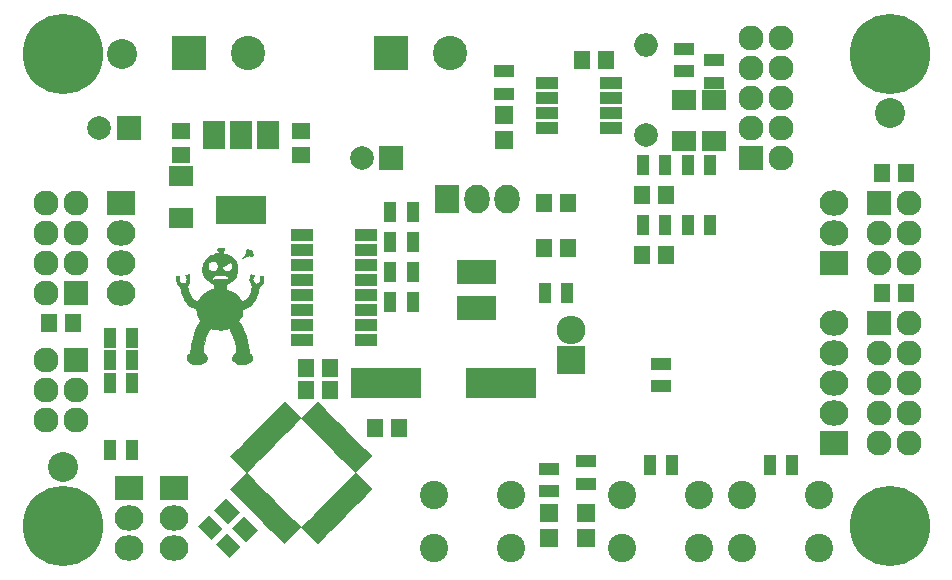
<source format=gts>
G04 #@! TF.FileFunction,Soldermask,Top*
%FSLAX46Y46*%
G04 Gerber Fmt 4.6, Leading zero omitted, Abs format (unit mm)*
G04 Created by KiCad (PCBNEW 4.0.7) date Monday, 16 October 2017 'AMt' 00:26:46*
%MOMM*%
%LPD*%
G01*
G04 APERTURE LIST*
%ADD10C,0.100000*%
%ADD11C,0.010000*%
%ADD12C,2.540000*%
%ADD13C,6.800000*%
%ADD14C,1.000000*%
%ADD15R,2.127200X2.127200*%
%ADD16O,2.127200X2.127200*%
%ADD17R,2.100000X1.700000*%
%ADD18R,1.200000X2.000000*%
%ADD19R,1.000000X2.000000*%
%ADD20R,2.127200X2.432000*%
%ADD21O,2.127200X2.432000*%
%ADD22R,2.432000X2.432000*%
%ADD23O,2.432000X2.432000*%
%ADD24R,2.432000X2.127200*%
%ADD25O,2.432000X2.127200*%
%ADD26R,2.900000X2.900000*%
%ADD27C,2.900000*%
%ADD28C,2.400000*%
%ADD29R,1.950000X1.000000*%
%ADD30R,1.900000X1.000000*%
%ADD31R,6.000700X2.500580*%
%ADD32R,1.400000X1.650000*%
%ADD33R,1.650000X1.400000*%
%ADD34R,1.598880X1.598880*%
%ADD35R,1.700000X1.100000*%
%ADD36R,1.100000X1.700000*%
%ADD37R,4.200000X2.400000*%
%ADD38R,1.900000X2.400000*%
%ADD39C,2.000000*%
%ADD40O,2.000000X2.000000*%
%ADD41R,2.000000X2.000000*%
G04 APERTURE END LIST*
D10*
D11*
G36*
X128416336Y-96425315D02*
X128461302Y-96427722D01*
X128494014Y-96433031D01*
X128521041Y-96442307D01*
X128548750Y-96456500D01*
X128604358Y-96497102D01*
X128636627Y-96542094D01*
X128645078Y-96589402D01*
X128629231Y-96636950D01*
X128598946Y-96673570D01*
X128580336Y-96692220D01*
X128569346Y-96709846D01*
X128564285Y-96733367D01*
X128563461Y-96769706D01*
X128564749Y-96813541D01*
X128568450Y-96918109D01*
X128644650Y-96935181D01*
X128826285Y-96987351D01*
X128998363Y-97059539D01*
X129158647Y-97150045D01*
X129304900Y-97257172D01*
X129434883Y-97379220D01*
X129546360Y-97514493D01*
X129637094Y-97661291D01*
X129658871Y-97705061D01*
X129717427Y-97855353D01*
X129756543Y-98013994D01*
X129775772Y-98176051D01*
X129774670Y-98336588D01*
X129752791Y-98490669D01*
X129735788Y-98557472D01*
X129686405Y-98692976D01*
X129618908Y-98829876D01*
X129537584Y-98961079D01*
X129446721Y-99079492D01*
X129373212Y-99157246D01*
X129305548Y-99215589D01*
X129224312Y-99276052D01*
X129135481Y-99334956D01*
X129045029Y-99388620D01*
X128958932Y-99433364D01*
X128883166Y-99465507D01*
X128860550Y-99472993D01*
X128809750Y-99488233D01*
X128806306Y-99729571D01*
X128802863Y-99970908D01*
X128926956Y-100005294D01*
X129136299Y-100074695D01*
X129329416Y-100162122D01*
X129505534Y-100266960D01*
X129663877Y-100388595D01*
X129803669Y-100526412D01*
X129924134Y-100679798D01*
X130024499Y-100848139D01*
X130045952Y-100891630D01*
X130071434Y-100942146D01*
X130094187Y-100973868D01*
X130119759Y-100988657D01*
X130153697Y-100988373D01*
X130201553Y-100974876D01*
X130245968Y-100958689D01*
X130357974Y-100904751D01*
X130468586Y-100829297D01*
X130573864Y-100736082D01*
X130669869Y-100628859D01*
X130752662Y-100511385D01*
X130795908Y-100434504D01*
X130827705Y-100366755D01*
X130860624Y-100287832D01*
X130891362Y-100206424D01*
X130916620Y-100131222D01*
X130931701Y-100077037D01*
X130944977Y-100014809D01*
X130958101Y-99943288D01*
X130970006Y-99869481D01*
X130979627Y-99800398D01*
X130985898Y-99743046D01*
X130987800Y-99708171D01*
X130991414Y-99673649D01*
X131000268Y-99649783D01*
X131001786Y-99647993D01*
X131004800Y-99633469D01*
X130992623Y-99607924D01*
X130963698Y-99568130D01*
X130962672Y-99566830D01*
X130888562Y-99455562D01*
X130835019Y-99333664D01*
X130820919Y-99288724D01*
X130807920Y-99237969D01*
X130800546Y-99192029D01*
X130798706Y-99144205D01*
X130802310Y-99087799D01*
X130811267Y-99016112D01*
X130816735Y-98978965D01*
X130832562Y-98884492D01*
X130848695Y-98807228D01*
X130864593Y-98749069D01*
X130879712Y-98711914D01*
X130893513Y-98697656D01*
X130897030Y-98698012D01*
X130916370Y-98703542D01*
X130954183Y-98712968D01*
X131004134Y-98724740D01*
X131036837Y-98732183D01*
X131089125Y-98744133D01*
X131131201Y-98754134D01*
X131157530Y-98760851D01*
X131163553Y-98762802D01*
X131159655Y-98774038D01*
X131144874Y-98799004D01*
X131134570Y-98814537D01*
X131096006Y-98887291D01*
X131068477Y-98972361D01*
X131054842Y-99058906D01*
X131055182Y-99115512D01*
X131073800Y-99214550D01*
X131108915Y-99303450D01*
X131158216Y-99378315D01*
X131219396Y-99435245D01*
X131257905Y-99457801D01*
X131301624Y-99471280D01*
X131357021Y-99478420D01*
X131377069Y-99478980D01*
X131460306Y-99466949D01*
X131534385Y-99431536D01*
X131598518Y-99373342D01*
X131651913Y-99292969D01*
X131669174Y-99256850D01*
X131680214Y-99216632D01*
X131687917Y-99159001D01*
X131692168Y-99091303D01*
X131692857Y-99020888D01*
X131689870Y-98955104D01*
X131683095Y-98901297D01*
X131675065Y-98872267D01*
X131664711Y-98844110D01*
X131661854Y-98828441D01*
X131662365Y-98827616D01*
X131676307Y-98826979D01*
X131709954Y-98827645D01*
X131757651Y-98829461D01*
X131793777Y-98831198D01*
X131920304Y-98837750D01*
X131936390Y-98913950D01*
X131943645Y-98962602D01*
X131948863Y-99025353D01*
X131951199Y-99090928D01*
X131951197Y-99110800D01*
X131938964Y-99247117D01*
X131904775Y-99371449D01*
X131847846Y-99485839D01*
X131767396Y-99592331D01*
X131766344Y-99593504D01*
X131726593Y-99631818D01*
X131677161Y-99671092D01*
X131624954Y-99706631D01*
X131576880Y-99733736D01*
X131539845Y-99747711D01*
X131539480Y-99747783D01*
X131517551Y-99758339D01*
X131512031Y-99772885D01*
X131524379Y-99782980D01*
X131533240Y-99783900D01*
X131552266Y-99787508D01*
X131564085Y-99800738D01*
X131569253Y-99827194D01*
X131568329Y-99870484D01*
X131561870Y-99934211D01*
X131559486Y-99953523D01*
X131523603Y-100155555D01*
X131467430Y-100360732D01*
X131393304Y-100560662D01*
X131384598Y-100580955D01*
X131290236Y-100769625D01*
X131177844Y-100944724D01*
X131049215Y-101104549D01*
X130906145Y-101247392D01*
X130750426Y-101371550D01*
X130583855Y-101475316D01*
X130408224Y-101556984D01*
X130327400Y-101585849D01*
X130219450Y-101620878D01*
X130210197Y-101734264D01*
X130181798Y-101927337D01*
X130128427Y-102119192D01*
X130050514Y-102308596D01*
X129948487Y-102494320D01*
X129941739Y-102505111D01*
X129871623Y-102616473D01*
X129930296Y-102701961D01*
X130017613Y-102838901D01*
X130106180Y-102995990D01*
X130193706Y-103168226D01*
X130277898Y-103350607D01*
X130356465Y-103538130D01*
X130427116Y-103725794D01*
X130487557Y-103908596D01*
X130496050Y-103936800D01*
X130519034Y-104014324D01*
X130537143Y-104076131D01*
X130551768Y-104127679D01*
X130564300Y-104174426D01*
X130576131Y-104221833D01*
X130588652Y-104275359D01*
X130603253Y-104340462D01*
X130621327Y-104422601D01*
X130630367Y-104463850D01*
X130650260Y-104563495D01*
X130670653Y-104681492D01*
X130690553Y-104810835D01*
X130708967Y-104944519D01*
X130724903Y-105075539D01*
X130737367Y-105196890D01*
X130741923Y-105250908D01*
X130750229Y-105358972D01*
X130802339Y-105389639D01*
X130846562Y-105421103D01*
X130896854Y-105465213D01*
X130947026Y-105515624D01*
X130990886Y-105565988D01*
X131022243Y-105609958D01*
X131028608Y-105621606D01*
X131044767Y-105670167D01*
X131052342Y-105734811D01*
X131053194Y-105766697D01*
X131049062Y-105839135D01*
X131033354Y-105900153D01*
X131002961Y-105956521D01*
X130954770Y-106015004D01*
X130925270Y-106044968D01*
X130860905Y-106100440D01*
X130787683Y-106148216D01*
X130700282Y-106191263D01*
X130593380Y-106232549D01*
X130581400Y-106236699D01*
X130460750Y-106278131D01*
X130194050Y-106278015D01*
X130103651Y-106277801D01*
X130034075Y-106276980D01*
X129980747Y-106275147D01*
X129939089Y-106271898D01*
X129904525Y-106266826D01*
X129872480Y-106259529D01*
X129838377Y-106249601D01*
X129824945Y-106245379D01*
X129692220Y-106195417D01*
X129577834Y-106136165D01*
X129483005Y-106068775D01*
X129408950Y-105994398D01*
X129356886Y-105914187D01*
X129328030Y-105829293D01*
X129322285Y-105769634D01*
X129334504Y-105685802D01*
X129369442Y-105602944D01*
X129424518Y-105524308D01*
X129497152Y-105453143D01*
X129584766Y-105392695D01*
X129646307Y-105361660D01*
X129682765Y-105345647D01*
X129676326Y-105152398D01*
X129673818Y-105087592D01*
X129670565Y-105029859D01*
X129665984Y-104974453D01*
X129659494Y-104916627D01*
X129650512Y-104851634D01*
X129638455Y-104774728D01*
X129622742Y-104681164D01*
X129608206Y-104597200D01*
X129563397Y-104379776D01*
X129505797Y-104164796D01*
X129437001Y-103956544D01*
X129358602Y-103759303D01*
X129272194Y-103577357D01*
X129179372Y-103414991D01*
X129153470Y-103375143D01*
X129114057Y-103315623D01*
X129085575Y-103274057D01*
X129063612Y-103248153D01*
X129043761Y-103235619D01*
X129021612Y-103234164D01*
X128992754Y-103241495D01*
X128952779Y-103255322D01*
X128934744Y-103261473D01*
X128877913Y-103278582D01*
X128805239Y-103297734D01*
X128725904Y-103316636D01*
X128649093Y-103332992D01*
X128646107Y-103333580D01*
X128583477Y-103345529D01*
X128531497Y-103354217D01*
X128484264Y-103360036D01*
X128435875Y-103363375D01*
X128380426Y-103364626D01*
X128312015Y-103364181D01*
X128224738Y-103362431D01*
X128214307Y-103362188D01*
X128118057Y-103359521D01*
X128040395Y-103355953D01*
X127974507Y-103350581D01*
X127913583Y-103342501D01*
X127850808Y-103330807D01*
X127779371Y-103314598D01*
X127692460Y-103292967D01*
X127692150Y-103292888D01*
X127636240Y-103277116D01*
X127577479Y-103258203D01*
X127548818Y-103247895D01*
X127511908Y-103234787D01*
X127486187Y-103227493D01*
X127478456Y-103227114D01*
X127469907Y-103239076D01*
X127450586Y-103265807D01*
X127424662Y-103301539D01*
X127424472Y-103301800D01*
X127323682Y-103456541D01*
X127229747Y-103632590D01*
X127143720Y-103826528D01*
X127066653Y-104034935D01*
X126999602Y-104254389D01*
X126943618Y-104481472D01*
X126899756Y-104712763D01*
X126869069Y-104944841D01*
X126853383Y-105156000D01*
X126845109Y-105340150D01*
X126918295Y-105377726D01*
X127018627Y-105439374D01*
X127098997Y-105510311D01*
X127158074Y-105588762D01*
X127194532Y-105672955D01*
X127207040Y-105761116D01*
X127207035Y-105763183D01*
X127194169Y-105853726D01*
X127157303Y-105939171D01*
X127097503Y-106018515D01*
X127015839Y-106090754D01*
X126913376Y-106154886D01*
X126791184Y-106209906D01*
X126698396Y-106241295D01*
X126647429Y-106255349D01*
X126599485Y-106265303D01*
X126547599Y-106272042D01*
X126484804Y-106276451D01*
X126404133Y-106279414D01*
X126396750Y-106279614D01*
X126322304Y-106280760D01*
X126249965Y-106280402D01*
X126186790Y-106278673D01*
X126139837Y-106275705D01*
X126130050Y-106274603D01*
X126008942Y-106250807D01*
X125891878Y-106213073D01*
X125782579Y-106163567D01*
X125684765Y-106104452D01*
X125602155Y-106037892D01*
X125538469Y-105966052D01*
X125506128Y-105911650D01*
X125480171Y-105827962D01*
X125476293Y-105739341D01*
X125493747Y-105651996D01*
X125531789Y-105572140D01*
X125549899Y-105547021D01*
X125587826Y-105505097D01*
X125636762Y-105458562D01*
X125689231Y-105413889D01*
X125737755Y-105377555D01*
X125764925Y-105360786D01*
X125779204Y-105350934D01*
X125787747Y-105336133D01*
X125792000Y-105310423D01*
X125793409Y-105267842D01*
X125793500Y-105242927D01*
X125796040Y-105177844D01*
X125803205Y-105092801D01*
X125814309Y-104992675D01*
X125828667Y-104882345D01*
X125845594Y-104766690D01*
X125864405Y-104650587D01*
X125884415Y-104538915D01*
X125904938Y-104436552D01*
X125910055Y-104413050D01*
X125999584Y-104056505D01*
X126105871Y-103718923D01*
X126228989Y-103400110D01*
X126369016Y-103099874D01*
X126526027Y-102818023D01*
X126557306Y-102767298D01*
X126590114Y-102713605D01*
X126617273Y-102666638D01*
X126636191Y-102631064D01*
X126644279Y-102611548D01*
X126644400Y-102610412D01*
X126636831Y-102589252D01*
X126618280Y-102560799D01*
X126614971Y-102556649D01*
X126587225Y-102517819D01*
X126552957Y-102462464D01*
X126515936Y-102397281D01*
X126479930Y-102328969D01*
X126448707Y-102264224D01*
X126442160Y-102249538D01*
X126385226Y-102094114D01*
X126342949Y-101923816D01*
X126320617Y-101779074D01*
X126313032Y-101718221D01*
X126305309Y-101666687D01*
X126298316Y-101629663D01*
X126292925Y-101612339D01*
X126292614Y-101611984D01*
X126276246Y-101603999D01*
X126242190Y-101591625D01*
X126197228Y-101577288D01*
X126188221Y-101574605D01*
X126134134Y-101555876D01*
X126068715Y-101529125D01*
X126002718Y-101498875D01*
X125974693Y-101484805D01*
X125797194Y-101378335D01*
X125633594Y-101251237D01*
X125484869Y-101104752D01*
X125351998Y-100940122D01*
X125235960Y-100758586D01*
X125137733Y-100561388D01*
X125058294Y-100349766D01*
X125044385Y-100304600D01*
X125023236Y-100226213D01*
X125002254Y-100135899D01*
X124983024Y-100041691D01*
X124967131Y-99951624D01*
X124956159Y-99873732D01*
X124952960Y-99841165D01*
X124952078Y-99808293D01*
X124959388Y-99792374D01*
X124979647Y-99785193D01*
X124986057Y-99784015D01*
X125012221Y-99774877D01*
X125027698Y-99761742D01*
X125028522Y-99750202D01*
X125013146Y-99745800D01*
X124991595Y-99740288D01*
X124955992Y-99725942D01*
X124920012Y-99708825D01*
X124829285Y-99649213D01*
X124747742Y-99569191D01*
X124678319Y-99472972D01*
X124623951Y-99364764D01*
X124587575Y-99248779D01*
X124582732Y-99225100D01*
X124575945Y-99177565D01*
X124573705Y-99127314D01*
X124576002Y-99066815D01*
X124582449Y-98992291D01*
X124589009Y-98932990D01*
X124595656Y-98883226D01*
X124601604Y-98848290D01*
X124605998Y-98833541D01*
X124620664Y-98829917D01*
X124653288Y-98826344D01*
X124697427Y-98823119D01*
X124746639Y-98820539D01*
X124794481Y-98818900D01*
X124834511Y-98818499D01*
X124860285Y-98819632D01*
X124866399Y-98821554D01*
X124863018Y-98835584D01*
X124854285Y-98866367D01*
X124845540Y-98895769D01*
X124826404Y-98992840D01*
X124825474Y-99091308D01*
X124841353Y-99186835D01*
X124872644Y-99275082D01*
X124917950Y-99351711D01*
X124975875Y-99412383D01*
X125021469Y-99442163D01*
X125077033Y-99460174D01*
X125144648Y-99466928D01*
X125213605Y-99462442D01*
X125273194Y-99446734D01*
X125284033Y-99441748D01*
X125346596Y-99396310D01*
X125399472Y-99330774D01*
X125440219Y-99249387D01*
X125466398Y-99156394D01*
X125472591Y-99113685D01*
X125471799Y-99047782D01*
X125459133Y-98972020D01*
X125437177Y-98897419D01*
X125408519Y-98835002D01*
X125406345Y-98831400D01*
X125386818Y-98799550D01*
X125372408Y-98775784D01*
X125370250Y-98772157D01*
X125375971Y-98762732D01*
X125403724Y-98750841D01*
X125454671Y-98736066D01*
X125503079Y-98724176D01*
X125559497Y-98711468D01*
X125606177Y-98701939D01*
X125638004Y-98696566D01*
X125649768Y-98696134D01*
X125655652Y-98711175D01*
X125660896Y-98734260D01*
X125670453Y-98773009D01*
X125679352Y-98800049D01*
X125685504Y-98824805D01*
X125693349Y-98868863D01*
X125701933Y-98926268D01*
X125710303Y-98991060D01*
X125711306Y-98999547D01*
X125719458Y-99075625D01*
X125723522Y-99132775D01*
X125723611Y-99177121D01*
X125719839Y-99214787D01*
X125715725Y-99236941D01*
X125694132Y-99311647D01*
X125661411Y-99392789D01*
X125621964Y-99471051D01*
X125580192Y-99537117D01*
X125564331Y-99557435D01*
X125536844Y-99591282D01*
X125523057Y-99615273D01*
X125520025Y-99638738D01*
X125524804Y-99671008D01*
X125526215Y-99678212D01*
X125533216Y-99716829D01*
X125542451Y-99772118D01*
X125552532Y-99835612D01*
X125559161Y-99879150D01*
X125601029Y-100084868D01*
X125662878Y-100275214D01*
X125744630Y-100449974D01*
X125818017Y-100569318D01*
X125863832Y-100629134D01*
X125921746Y-100694471D01*
X125985550Y-100759123D01*
X126049036Y-100816881D01*
X126105992Y-100861536D01*
X126119112Y-100870329D01*
X126181503Y-100906045D01*
X126250815Y-100939018D01*
X126318607Y-100965678D01*
X126376442Y-100982458D01*
X126390226Y-100984978D01*
X126413912Y-100987512D01*
X126429954Y-100983354D01*
X126443361Y-100967847D01*
X126459140Y-100936333D01*
X126470862Y-100909999D01*
X126528184Y-100800109D01*
X126604398Y-100684294D01*
X126695351Y-100567313D01*
X126796893Y-100453926D01*
X126904869Y-100348892D01*
X127015130Y-100256971D01*
X127082550Y-100208830D01*
X127268739Y-100098350D01*
X127466102Y-100006056D01*
X127668308Y-99934740D01*
X127759144Y-99910249D01*
X127813439Y-99897048D01*
X127809944Y-99698144D01*
X127806450Y-99499239D01*
X127749300Y-99482807D01*
X127659444Y-99450093D01*
X127559218Y-99401976D01*
X127454874Y-99342257D01*
X127352664Y-99274737D01*
X127258841Y-99203218D01*
X127192770Y-99144467D01*
X127090980Y-99031662D01*
X127596900Y-99031662D01*
X127606116Y-99087168D01*
X127634061Y-99125644D01*
X127681176Y-99147688D01*
X127682858Y-99148094D01*
X127695821Y-99145424D01*
X127727197Y-99137618D01*
X127770891Y-99126207D01*
X127783603Y-99122815D01*
X127830598Y-99109825D01*
X127867836Y-99098795D01*
X127888681Y-99091710D01*
X127890478Y-99090836D01*
X127910358Y-99085171D01*
X127950343Y-99078516D01*
X128005183Y-99071398D01*
X128069628Y-99064349D01*
X128138428Y-99057896D01*
X128206334Y-99052569D01*
X128268095Y-99048897D01*
X128318463Y-99047409D01*
X128321310Y-99047401D01*
X128392477Y-99049519D01*
X128473764Y-99055428D01*
X128558583Y-99064304D01*
X128640346Y-99075321D01*
X128712466Y-99087653D01*
X128768355Y-99100474D01*
X128784350Y-99105435D01*
X128828896Y-99116236D01*
X128881275Y-99122607D01*
X128900903Y-99123315D01*
X128955434Y-99116478D01*
X128991980Y-99094084D01*
X129012585Y-99053845D01*
X129019291Y-98993473D01*
X129019300Y-98990813D01*
X129015364Y-98947804D01*
X129001270Y-98912724D01*
X128973589Y-98881919D01*
X128928892Y-98851737D01*
X128863749Y-98818526D01*
X128852706Y-98813382D01*
X128748311Y-98771859D01*
X128639467Y-98742774D01*
X128520315Y-98725027D01*
X128384995Y-98717519D01*
X128339316Y-98717100D01*
X128174364Y-98724334D01*
X128028367Y-98746487D01*
X127899249Y-98784238D01*
X127784935Y-98838262D01*
X127683347Y-98909238D01*
X127644525Y-98943745D01*
X127613113Y-98978533D01*
X127599030Y-99009675D01*
X127596900Y-99031662D01*
X127090980Y-99031662D01*
X127075970Y-99015028D01*
X126979090Y-98873487D01*
X126902594Y-98722345D01*
X126846947Y-98564106D01*
X126812616Y-98401273D01*
X126800065Y-98236350D01*
X126809760Y-98071839D01*
X126824894Y-97996375D01*
X127256510Y-97996375D01*
X127259216Y-98050486D01*
X127265050Y-98102185D01*
X127273170Y-98145542D01*
X127282731Y-98174625D01*
X127291623Y-98183700D01*
X127302433Y-98194367D01*
X127309287Y-98212275D01*
X127325910Y-98244198D01*
X127358192Y-98282790D01*
X127399905Y-98321828D01*
X127444821Y-98355088D01*
X127462749Y-98365628D01*
X127561691Y-98406088D01*
X127662446Y-98421665D01*
X127768266Y-98412828D01*
X127777249Y-98411039D01*
X127871912Y-98378793D01*
X127956313Y-98324771D01*
X128027111Y-98251636D01*
X128075717Y-98173152D01*
X128094093Y-98131506D01*
X128102401Y-98102048D01*
X128474452Y-98102048D01*
X128479932Y-98130432D01*
X128483327Y-98142022D01*
X128510635Y-98201948D01*
X128554746Y-98264240D01*
X128609314Y-98320810D01*
X128646524Y-98350089D01*
X128736641Y-98397176D01*
X128835259Y-98420384D01*
X128942085Y-98419662D01*
X128996449Y-98410745D01*
X129089773Y-98379610D01*
X129168968Y-98328267D01*
X129235135Y-98255788D01*
X129287519Y-98165251D01*
X129305079Y-98124941D01*
X129315402Y-98090821D01*
X129320000Y-98053853D01*
X129320385Y-98005004D01*
X129319499Y-97974150D01*
X129315600Y-97909064D01*
X129308045Y-97861070D01*
X129295232Y-97821941D01*
X129286133Y-97802700D01*
X129259149Y-97758630D01*
X129225292Y-97714859D01*
X129189500Y-97676621D01*
X129156710Y-97649146D01*
X129131861Y-97637670D01*
X129130349Y-97637600D01*
X129113081Y-97644644D01*
X129078800Y-97664269D01*
X129031103Y-97694208D01*
X128973587Y-97732197D01*
X128909850Y-97775971D01*
X128903422Y-97780475D01*
X128836876Y-97827069D01*
X128774210Y-97870743D01*
X128719637Y-97908575D01*
X128677372Y-97937642D01*
X128651628Y-97955025D01*
X128651515Y-97955100D01*
X128559876Y-98018515D01*
X128500726Y-98064554D01*
X128480575Y-98083689D01*
X128474452Y-98102048D01*
X128102401Y-98102048D01*
X128104815Y-98093490D01*
X128109814Y-98049256D01*
X128111022Y-97993200D01*
X128109682Y-97933421D01*
X128104186Y-97888558D01*
X128092530Y-97848219D01*
X128075237Y-97807448D01*
X128021378Y-97718649D01*
X127951160Y-97648971D01*
X127865884Y-97599282D01*
X127766852Y-97570445D01*
X127709232Y-97563913D01*
X127613092Y-97565312D01*
X127531681Y-97583162D01*
X127458764Y-97619572D01*
X127394868Y-97670306D01*
X127331816Y-97737831D01*
X127289998Y-97806511D01*
X127265931Y-97883347D01*
X127257778Y-97945783D01*
X127256510Y-97996375D01*
X126824894Y-97996375D01*
X126842168Y-97910245D01*
X126897752Y-97754070D01*
X126923955Y-97698809D01*
X127012697Y-97549698D01*
X127121920Y-97408693D01*
X127246864Y-97281207D01*
X127382771Y-97172655D01*
X127392097Y-97166229D01*
X127526967Y-97085915D01*
X127677108Y-97016913D01*
X127834396Y-96962282D01*
X127990706Y-96925082D01*
X128060450Y-96914616D01*
X128132062Y-96906188D01*
X128182311Y-96899471D01*
X128214954Y-96892422D01*
X128233749Y-96882994D01*
X128242453Y-96869144D01*
X128244825Y-96848827D01*
X128244620Y-96819999D01*
X128244600Y-96814409D01*
X128243885Y-96772909D01*
X128239222Y-96749323D01*
X128226836Y-96736164D01*
X128202950Y-96725945D01*
X128199309Y-96724625D01*
X128160151Y-96705214D01*
X128119410Y-96677444D01*
X128110409Y-96669958D01*
X128076154Y-96627009D01*
X128066438Y-96581316D01*
X128080806Y-96534659D01*
X128118805Y-96488819D01*
X128165433Y-96454232D01*
X128189450Y-96440975D01*
X128214454Y-96432375D01*
X128246643Y-96427456D01*
X128292215Y-96425240D01*
X128352550Y-96424750D01*
X128416336Y-96425315D01*
X128416336Y-96425315D01*
G37*
X128416336Y-96425315D02*
X128461302Y-96427722D01*
X128494014Y-96433031D01*
X128521041Y-96442307D01*
X128548750Y-96456500D01*
X128604358Y-96497102D01*
X128636627Y-96542094D01*
X128645078Y-96589402D01*
X128629231Y-96636950D01*
X128598946Y-96673570D01*
X128580336Y-96692220D01*
X128569346Y-96709846D01*
X128564285Y-96733367D01*
X128563461Y-96769706D01*
X128564749Y-96813541D01*
X128568450Y-96918109D01*
X128644650Y-96935181D01*
X128826285Y-96987351D01*
X128998363Y-97059539D01*
X129158647Y-97150045D01*
X129304900Y-97257172D01*
X129434883Y-97379220D01*
X129546360Y-97514493D01*
X129637094Y-97661291D01*
X129658871Y-97705061D01*
X129717427Y-97855353D01*
X129756543Y-98013994D01*
X129775772Y-98176051D01*
X129774670Y-98336588D01*
X129752791Y-98490669D01*
X129735788Y-98557472D01*
X129686405Y-98692976D01*
X129618908Y-98829876D01*
X129537584Y-98961079D01*
X129446721Y-99079492D01*
X129373212Y-99157246D01*
X129305548Y-99215589D01*
X129224312Y-99276052D01*
X129135481Y-99334956D01*
X129045029Y-99388620D01*
X128958932Y-99433364D01*
X128883166Y-99465507D01*
X128860550Y-99472993D01*
X128809750Y-99488233D01*
X128806306Y-99729571D01*
X128802863Y-99970908D01*
X128926956Y-100005294D01*
X129136299Y-100074695D01*
X129329416Y-100162122D01*
X129505534Y-100266960D01*
X129663877Y-100388595D01*
X129803669Y-100526412D01*
X129924134Y-100679798D01*
X130024499Y-100848139D01*
X130045952Y-100891630D01*
X130071434Y-100942146D01*
X130094187Y-100973868D01*
X130119759Y-100988657D01*
X130153697Y-100988373D01*
X130201553Y-100974876D01*
X130245968Y-100958689D01*
X130357974Y-100904751D01*
X130468586Y-100829297D01*
X130573864Y-100736082D01*
X130669869Y-100628859D01*
X130752662Y-100511385D01*
X130795908Y-100434504D01*
X130827705Y-100366755D01*
X130860624Y-100287832D01*
X130891362Y-100206424D01*
X130916620Y-100131222D01*
X130931701Y-100077037D01*
X130944977Y-100014809D01*
X130958101Y-99943288D01*
X130970006Y-99869481D01*
X130979627Y-99800398D01*
X130985898Y-99743046D01*
X130987800Y-99708171D01*
X130991414Y-99673649D01*
X131000268Y-99649783D01*
X131001786Y-99647993D01*
X131004800Y-99633469D01*
X130992623Y-99607924D01*
X130963698Y-99568130D01*
X130962672Y-99566830D01*
X130888562Y-99455562D01*
X130835019Y-99333664D01*
X130820919Y-99288724D01*
X130807920Y-99237969D01*
X130800546Y-99192029D01*
X130798706Y-99144205D01*
X130802310Y-99087799D01*
X130811267Y-99016112D01*
X130816735Y-98978965D01*
X130832562Y-98884492D01*
X130848695Y-98807228D01*
X130864593Y-98749069D01*
X130879712Y-98711914D01*
X130893513Y-98697656D01*
X130897030Y-98698012D01*
X130916370Y-98703542D01*
X130954183Y-98712968D01*
X131004134Y-98724740D01*
X131036837Y-98732183D01*
X131089125Y-98744133D01*
X131131201Y-98754134D01*
X131157530Y-98760851D01*
X131163553Y-98762802D01*
X131159655Y-98774038D01*
X131144874Y-98799004D01*
X131134570Y-98814537D01*
X131096006Y-98887291D01*
X131068477Y-98972361D01*
X131054842Y-99058906D01*
X131055182Y-99115512D01*
X131073800Y-99214550D01*
X131108915Y-99303450D01*
X131158216Y-99378315D01*
X131219396Y-99435245D01*
X131257905Y-99457801D01*
X131301624Y-99471280D01*
X131357021Y-99478420D01*
X131377069Y-99478980D01*
X131460306Y-99466949D01*
X131534385Y-99431536D01*
X131598518Y-99373342D01*
X131651913Y-99292969D01*
X131669174Y-99256850D01*
X131680214Y-99216632D01*
X131687917Y-99159001D01*
X131692168Y-99091303D01*
X131692857Y-99020888D01*
X131689870Y-98955104D01*
X131683095Y-98901297D01*
X131675065Y-98872267D01*
X131664711Y-98844110D01*
X131661854Y-98828441D01*
X131662365Y-98827616D01*
X131676307Y-98826979D01*
X131709954Y-98827645D01*
X131757651Y-98829461D01*
X131793777Y-98831198D01*
X131920304Y-98837750D01*
X131936390Y-98913950D01*
X131943645Y-98962602D01*
X131948863Y-99025353D01*
X131951199Y-99090928D01*
X131951197Y-99110800D01*
X131938964Y-99247117D01*
X131904775Y-99371449D01*
X131847846Y-99485839D01*
X131767396Y-99592331D01*
X131766344Y-99593504D01*
X131726593Y-99631818D01*
X131677161Y-99671092D01*
X131624954Y-99706631D01*
X131576880Y-99733736D01*
X131539845Y-99747711D01*
X131539480Y-99747783D01*
X131517551Y-99758339D01*
X131512031Y-99772885D01*
X131524379Y-99782980D01*
X131533240Y-99783900D01*
X131552266Y-99787508D01*
X131564085Y-99800738D01*
X131569253Y-99827194D01*
X131568329Y-99870484D01*
X131561870Y-99934211D01*
X131559486Y-99953523D01*
X131523603Y-100155555D01*
X131467430Y-100360732D01*
X131393304Y-100560662D01*
X131384598Y-100580955D01*
X131290236Y-100769625D01*
X131177844Y-100944724D01*
X131049215Y-101104549D01*
X130906145Y-101247392D01*
X130750426Y-101371550D01*
X130583855Y-101475316D01*
X130408224Y-101556984D01*
X130327400Y-101585849D01*
X130219450Y-101620878D01*
X130210197Y-101734264D01*
X130181798Y-101927337D01*
X130128427Y-102119192D01*
X130050514Y-102308596D01*
X129948487Y-102494320D01*
X129941739Y-102505111D01*
X129871623Y-102616473D01*
X129930296Y-102701961D01*
X130017613Y-102838901D01*
X130106180Y-102995990D01*
X130193706Y-103168226D01*
X130277898Y-103350607D01*
X130356465Y-103538130D01*
X130427116Y-103725794D01*
X130487557Y-103908596D01*
X130496050Y-103936800D01*
X130519034Y-104014324D01*
X130537143Y-104076131D01*
X130551768Y-104127679D01*
X130564300Y-104174426D01*
X130576131Y-104221833D01*
X130588652Y-104275359D01*
X130603253Y-104340462D01*
X130621327Y-104422601D01*
X130630367Y-104463850D01*
X130650260Y-104563495D01*
X130670653Y-104681492D01*
X130690553Y-104810835D01*
X130708967Y-104944519D01*
X130724903Y-105075539D01*
X130737367Y-105196890D01*
X130741923Y-105250908D01*
X130750229Y-105358972D01*
X130802339Y-105389639D01*
X130846562Y-105421103D01*
X130896854Y-105465213D01*
X130947026Y-105515624D01*
X130990886Y-105565988D01*
X131022243Y-105609958D01*
X131028608Y-105621606D01*
X131044767Y-105670167D01*
X131052342Y-105734811D01*
X131053194Y-105766697D01*
X131049062Y-105839135D01*
X131033354Y-105900153D01*
X131002961Y-105956521D01*
X130954770Y-106015004D01*
X130925270Y-106044968D01*
X130860905Y-106100440D01*
X130787683Y-106148216D01*
X130700282Y-106191263D01*
X130593380Y-106232549D01*
X130581400Y-106236699D01*
X130460750Y-106278131D01*
X130194050Y-106278015D01*
X130103651Y-106277801D01*
X130034075Y-106276980D01*
X129980747Y-106275147D01*
X129939089Y-106271898D01*
X129904525Y-106266826D01*
X129872480Y-106259529D01*
X129838377Y-106249601D01*
X129824945Y-106245379D01*
X129692220Y-106195417D01*
X129577834Y-106136165D01*
X129483005Y-106068775D01*
X129408950Y-105994398D01*
X129356886Y-105914187D01*
X129328030Y-105829293D01*
X129322285Y-105769634D01*
X129334504Y-105685802D01*
X129369442Y-105602944D01*
X129424518Y-105524308D01*
X129497152Y-105453143D01*
X129584766Y-105392695D01*
X129646307Y-105361660D01*
X129682765Y-105345647D01*
X129676326Y-105152398D01*
X129673818Y-105087592D01*
X129670565Y-105029859D01*
X129665984Y-104974453D01*
X129659494Y-104916627D01*
X129650512Y-104851634D01*
X129638455Y-104774728D01*
X129622742Y-104681164D01*
X129608206Y-104597200D01*
X129563397Y-104379776D01*
X129505797Y-104164796D01*
X129437001Y-103956544D01*
X129358602Y-103759303D01*
X129272194Y-103577357D01*
X129179372Y-103414991D01*
X129153470Y-103375143D01*
X129114057Y-103315623D01*
X129085575Y-103274057D01*
X129063612Y-103248153D01*
X129043761Y-103235619D01*
X129021612Y-103234164D01*
X128992754Y-103241495D01*
X128952779Y-103255322D01*
X128934744Y-103261473D01*
X128877913Y-103278582D01*
X128805239Y-103297734D01*
X128725904Y-103316636D01*
X128649093Y-103332992D01*
X128646107Y-103333580D01*
X128583477Y-103345529D01*
X128531497Y-103354217D01*
X128484264Y-103360036D01*
X128435875Y-103363375D01*
X128380426Y-103364626D01*
X128312015Y-103364181D01*
X128224738Y-103362431D01*
X128214307Y-103362188D01*
X128118057Y-103359521D01*
X128040395Y-103355953D01*
X127974507Y-103350581D01*
X127913583Y-103342501D01*
X127850808Y-103330807D01*
X127779371Y-103314598D01*
X127692460Y-103292967D01*
X127692150Y-103292888D01*
X127636240Y-103277116D01*
X127577479Y-103258203D01*
X127548818Y-103247895D01*
X127511908Y-103234787D01*
X127486187Y-103227493D01*
X127478456Y-103227114D01*
X127469907Y-103239076D01*
X127450586Y-103265807D01*
X127424662Y-103301539D01*
X127424472Y-103301800D01*
X127323682Y-103456541D01*
X127229747Y-103632590D01*
X127143720Y-103826528D01*
X127066653Y-104034935D01*
X126999602Y-104254389D01*
X126943618Y-104481472D01*
X126899756Y-104712763D01*
X126869069Y-104944841D01*
X126853383Y-105156000D01*
X126845109Y-105340150D01*
X126918295Y-105377726D01*
X127018627Y-105439374D01*
X127098997Y-105510311D01*
X127158074Y-105588762D01*
X127194532Y-105672955D01*
X127207040Y-105761116D01*
X127207035Y-105763183D01*
X127194169Y-105853726D01*
X127157303Y-105939171D01*
X127097503Y-106018515D01*
X127015839Y-106090754D01*
X126913376Y-106154886D01*
X126791184Y-106209906D01*
X126698396Y-106241295D01*
X126647429Y-106255349D01*
X126599485Y-106265303D01*
X126547599Y-106272042D01*
X126484804Y-106276451D01*
X126404133Y-106279414D01*
X126396750Y-106279614D01*
X126322304Y-106280760D01*
X126249965Y-106280402D01*
X126186790Y-106278673D01*
X126139837Y-106275705D01*
X126130050Y-106274603D01*
X126008942Y-106250807D01*
X125891878Y-106213073D01*
X125782579Y-106163567D01*
X125684765Y-106104452D01*
X125602155Y-106037892D01*
X125538469Y-105966052D01*
X125506128Y-105911650D01*
X125480171Y-105827962D01*
X125476293Y-105739341D01*
X125493747Y-105651996D01*
X125531789Y-105572140D01*
X125549899Y-105547021D01*
X125587826Y-105505097D01*
X125636762Y-105458562D01*
X125689231Y-105413889D01*
X125737755Y-105377555D01*
X125764925Y-105360786D01*
X125779204Y-105350934D01*
X125787747Y-105336133D01*
X125792000Y-105310423D01*
X125793409Y-105267842D01*
X125793500Y-105242927D01*
X125796040Y-105177844D01*
X125803205Y-105092801D01*
X125814309Y-104992675D01*
X125828667Y-104882345D01*
X125845594Y-104766690D01*
X125864405Y-104650587D01*
X125884415Y-104538915D01*
X125904938Y-104436552D01*
X125910055Y-104413050D01*
X125999584Y-104056505D01*
X126105871Y-103718923D01*
X126228989Y-103400110D01*
X126369016Y-103099874D01*
X126526027Y-102818023D01*
X126557306Y-102767298D01*
X126590114Y-102713605D01*
X126617273Y-102666638D01*
X126636191Y-102631064D01*
X126644279Y-102611548D01*
X126644400Y-102610412D01*
X126636831Y-102589252D01*
X126618280Y-102560799D01*
X126614971Y-102556649D01*
X126587225Y-102517819D01*
X126552957Y-102462464D01*
X126515936Y-102397281D01*
X126479930Y-102328969D01*
X126448707Y-102264224D01*
X126442160Y-102249538D01*
X126385226Y-102094114D01*
X126342949Y-101923816D01*
X126320617Y-101779074D01*
X126313032Y-101718221D01*
X126305309Y-101666687D01*
X126298316Y-101629663D01*
X126292925Y-101612339D01*
X126292614Y-101611984D01*
X126276246Y-101603999D01*
X126242190Y-101591625D01*
X126197228Y-101577288D01*
X126188221Y-101574605D01*
X126134134Y-101555876D01*
X126068715Y-101529125D01*
X126002718Y-101498875D01*
X125974693Y-101484805D01*
X125797194Y-101378335D01*
X125633594Y-101251237D01*
X125484869Y-101104752D01*
X125351998Y-100940122D01*
X125235960Y-100758586D01*
X125137733Y-100561388D01*
X125058294Y-100349766D01*
X125044385Y-100304600D01*
X125023236Y-100226213D01*
X125002254Y-100135899D01*
X124983024Y-100041691D01*
X124967131Y-99951624D01*
X124956159Y-99873732D01*
X124952960Y-99841165D01*
X124952078Y-99808293D01*
X124959388Y-99792374D01*
X124979647Y-99785193D01*
X124986057Y-99784015D01*
X125012221Y-99774877D01*
X125027698Y-99761742D01*
X125028522Y-99750202D01*
X125013146Y-99745800D01*
X124991595Y-99740288D01*
X124955992Y-99725942D01*
X124920012Y-99708825D01*
X124829285Y-99649213D01*
X124747742Y-99569191D01*
X124678319Y-99472972D01*
X124623951Y-99364764D01*
X124587575Y-99248779D01*
X124582732Y-99225100D01*
X124575945Y-99177565D01*
X124573705Y-99127314D01*
X124576002Y-99066815D01*
X124582449Y-98992291D01*
X124589009Y-98932990D01*
X124595656Y-98883226D01*
X124601604Y-98848290D01*
X124605998Y-98833541D01*
X124620664Y-98829917D01*
X124653288Y-98826344D01*
X124697427Y-98823119D01*
X124746639Y-98820539D01*
X124794481Y-98818900D01*
X124834511Y-98818499D01*
X124860285Y-98819632D01*
X124866399Y-98821554D01*
X124863018Y-98835584D01*
X124854285Y-98866367D01*
X124845540Y-98895769D01*
X124826404Y-98992840D01*
X124825474Y-99091308D01*
X124841353Y-99186835D01*
X124872644Y-99275082D01*
X124917950Y-99351711D01*
X124975875Y-99412383D01*
X125021469Y-99442163D01*
X125077033Y-99460174D01*
X125144648Y-99466928D01*
X125213605Y-99462442D01*
X125273194Y-99446734D01*
X125284033Y-99441748D01*
X125346596Y-99396310D01*
X125399472Y-99330774D01*
X125440219Y-99249387D01*
X125466398Y-99156394D01*
X125472591Y-99113685D01*
X125471799Y-99047782D01*
X125459133Y-98972020D01*
X125437177Y-98897419D01*
X125408519Y-98835002D01*
X125406345Y-98831400D01*
X125386818Y-98799550D01*
X125372408Y-98775784D01*
X125370250Y-98772157D01*
X125375971Y-98762732D01*
X125403724Y-98750841D01*
X125454671Y-98736066D01*
X125503079Y-98724176D01*
X125559497Y-98711468D01*
X125606177Y-98701939D01*
X125638004Y-98696566D01*
X125649768Y-98696134D01*
X125655652Y-98711175D01*
X125660896Y-98734260D01*
X125670453Y-98773009D01*
X125679352Y-98800049D01*
X125685504Y-98824805D01*
X125693349Y-98868863D01*
X125701933Y-98926268D01*
X125710303Y-98991060D01*
X125711306Y-98999547D01*
X125719458Y-99075625D01*
X125723522Y-99132775D01*
X125723611Y-99177121D01*
X125719839Y-99214787D01*
X125715725Y-99236941D01*
X125694132Y-99311647D01*
X125661411Y-99392789D01*
X125621964Y-99471051D01*
X125580192Y-99537117D01*
X125564331Y-99557435D01*
X125536844Y-99591282D01*
X125523057Y-99615273D01*
X125520025Y-99638738D01*
X125524804Y-99671008D01*
X125526215Y-99678212D01*
X125533216Y-99716829D01*
X125542451Y-99772118D01*
X125552532Y-99835612D01*
X125559161Y-99879150D01*
X125601029Y-100084868D01*
X125662878Y-100275214D01*
X125744630Y-100449974D01*
X125818017Y-100569318D01*
X125863832Y-100629134D01*
X125921746Y-100694471D01*
X125985550Y-100759123D01*
X126049036Y-100816881D01*
X126105992Y-100861536D01*
X126119112Y-100870329D01*
X126181503Y-100906045D01*
X126250815Y-100939018D01*
X126318607Y-100965678D01*
X126376442Y-100982458D01*
X126390226Y-100984978D01*
X126413912Y-100987512D01*
X126429954Y-100983354D01*
X126443361Y-100967847D01*
X126459140Y-100936333D01*
X126470862Y-100909999D01*
X126528184Y-100800109D01*
X126604398Y-100684294D01*
X126695351Y-100567313D01*
X126796893Y-100453926D01*
X126904869Y-100348892D01*
X127015130Y-100256971D01*
X127082550Y-100208830D01*
X127268739Y-100098350D01*
X127466102Y-100006056D01*
X127668308Y-99934740D01*
X127759144Y-99910249D01*
X127813439Y-99897048D01*
X127809944Y-99698144D01*
X127806450Y-99499239D01*
X127749300Y-99482807D01*
X127659444Y-99450093D01*
X127559218Y-99401976D01*
X127454874Y-99342257D01*
X127352664Y-99274737D01*
X127258841Y-99203218D01*
X127192770Y-99144467D01*
X127090980Y-99031662D01*
X127596900Y-99031662D01*
X127606116Y-99087168D01*
X127634061Y-99125644D01*
X127681176Y-99147688D01*
X127682858Y-99148094D01*
X127695821Y-99145424D01*
X127727197Y-99137618D01*
X127770891Y-99126207D01*
X127783603Y-99122815D01*
X127830598Y-99109825D01*
X127867836Y-99098795D01*
X127888681Y-99091710D01*
X127890478Y-99090836D01*
X127910358Y-99085171D01*
X127950343Y-99078516D01*
X128005183Y-99071398D01*
X128069628Y-99064349D01*
X128138428Y-99057896D01*
X128206334Y-99052569D01*
X128268095Y-99048897D01*
X128318463Y-99047409D01*
X128321310Y-99047401D01*
X128392477Y-99049519D01*
X128473764Y-99055428D01*
X128558583Y-99064304D01*
X128640346Y-99075321D01*
X128712466Y-99087653D01*
X128768355Y-99100474D01*
X128784350Y-99105435D01*
X128828896Y-99116236D01*
X128881275Y-99122607D01*
X128900903Y-99123315D01*
X128955434Y-99116478D01*
X128991980Y-99094084D01*
X129012585Y-99053845D01*
X129019291Y-98993473D01*
X129019300Y-98990813D01*
X129015364Y-98947804D01*
X129001270Y-98912724D01*
X128973589Y-98881919D01*
X128928892Y-98851737D01*
X128863749Y-98818526D01*
X128852706Y-98813382D01*
X128748311Y-98771859D01*
X128639467Y-98742774D01*
X128520315Y-98725027D01*
X128384995Y-98717519D01*
X128339316Y-98717100D01*
X128174364Y-98724334D01*
X128028367Y-98746487D01*
X127899249Y-98784238D01*
X127784935Y-98838262D01*
X127683347Y-98909238D01*
X127644525Y-98943745D01*
X127613113Y-98978533D01*
X127599030Y-99009675D01*
X127596900Y-99031662D01*
X127090980Y-99031662D01*
X127075970Y-99015028D01*
X126979090Y-98873487D01*
X126902594Y-98722345D01*
X126846947Y-98564106D01*
X126812616Y-98401273D01*
X126800065Y-98236350D01*
X126809760Y-98071839D01*
X126824894Y-97996375D01*
X127256510Y-97996375D01*
X127259216Y-98050486D01*
X127265050Y-98102185D01*
X127273170Y-98145542D01*
X127282731Y-98174625D01*
X127291623Y-98183700D01*
X127302433Y-98194367D01*
X127309287Y-98212275D01*
X127325910Y-98244198D01*
X127358192Y-98282790D01*
X127399905Y-98321828D01*
X127444821Y-98355088D01*
X127462749Y-98365628D01*
X127561691Y-98406088D01*
X127662446Y-98421665D01*
X127768266Y-98412828D01*
X127777249Y-98411039D01*
X127871912Y-98378793D01*
X127956313Y-98324771D01*
X128027111Y-98251636D01*
X128075717Y-98173152D01*
X128094093Y-98131506D01*
X128102401Y-98102048D01*
X128474452Y-98102048D01*
X128479932Y-98130432D01*
X128483327Y-98142022D01*
X128510635Y-98201948D01*
X128554746Y-98264240D01*
X128609314Y-98320810D01*
X128646524Y-98350089D01*
X128736641Y-98397176D01*
X128835259Y-98420384D01*
X128942085Y-98419662D01*
X128996449Y-98410745D01*
X129089773Y-98379610D01*
X129168968Y-98328267D01*
X129235135Y-98255788D01*
X129287519Y-98165251D01*
X129305079Y-98124941D01*
X129315402Y-98090821D01*
X129320000Y-98053853D01*
X129320385Y-98005004D01*
X129319499Y-97974150D01*
X129315600Y-97909064D01*
X129308045Y-97861070D01*
X129295232Y-97821941D01*
X129286133Y-97802700D01*
X129259149Y-97758630D01*
X129225292Y-97714859D01*
X129189500Y-97676621D01*
X129156710Y-97649146D01*
X129131861Y-97637670D01*
X129130349Y-97637600D01*
X129113081Y-97644644D01*
X129078800Y-97664269D01*
X129031103Y-97694208D01*
X128973587Y-97732197D01*
X128909850Y-97775971D01*
X128903422Y-97780475D01*
X128836876Y-97827069D01*
X128774210Y-97870743D01*
X128719637Y-97908575D01*
X128677372Y-97937642D01*
X128651628Y-97955025D01*
X128651515Y-97955100D01*
X128559876Y-98018515D01*
X128500726Y-98064554D01*
X128480575Y-98083689D01*
X128474452Y-98102048D01*
X128102401Y-98102048D01*
X128104815Y-98093490D01*
X128109814Y-98049256D01*
X128111022Y-97993200D01*
X128109682Y-97933421D01*
X128104186Y-97888558D01*
X128092530Y-97848219D01*
X128075237Y-97807448D01*
X128021378Y-97718649D01*
X127951160Y-97648971D01*
X127865884Y-97599282D01*
X127766852Y-97570445D01*
X127709232Y-97563913D01*
X127613092Y-97565312D01*
X127531681Y-97583162D01*
X127458764Y-97619572D01*
X127394868Y-97670306D01*
X127331816Y-97737831D01*
X127289998Y-97806511D01*
X127265931Y-97883347D01*
X127257778Y-97945783D01*
X127256510Y-97996375D01*
X126824894Y-97996375D01*
X126842168Y-97910245D01*
X126897752Y-97754070D01*
X126923955Y-97698809D01*
X127012697Y-97549698D01*
X127121920Y-97408693D01*
X127246864Y-97281207D01*
X127382771Y-97172655D01*
X127392097Y-97166229D01*
X127526967Y-97085915D01*
X127677108Y-97016913D01*
X127834396Y-96962282D01*
X127990706Y-96925082D01*
X128060450Y-96914616D01*
X128132062Y-96906188D01*
X128182311Y-96899471D01*
X128214954Y-96892422D01*
X128233749Y-96882994D01*
X128242453Y-96869144D01*
X128244825Y-96848827D01*
X128244620Y-96819999D01*
X128244600Y-96814409D01*
X128243885Y-96772909D01*
X128239222Y-96749323D01*
X128226836Y-96736164D01*
X128202950Y-96725945D01*
X128199309Y-96724625D01*
X128160151Y-96705214D01*
X128119410Y-96677444D01*
X128110409Y-96669958D01*
X128076154Y-96627009D01*
X128066438Y-96581316D01*
X128080806Y-96534659D01*
X128118805Y-96488819D01*
X128165433Y-96454232D01*
X128189450Y-96440975D01*
X128214454Y-96432375D01*
X128246643Y-96427456D01*
X128292215Y-96425240D01*
X128352550Y-96424750D01*
X128416336Y-96425315D01*
G36*
X130686120Y-96578691D02*
X130729376Y-96603392D01*
X130753856Y-96636929D01*
X130768418Y-96665035D01*
X130777230Y-96681075D01*
X130777915Y-96682091D01*
X130790130Y-96679839D01*
X130817126Y-96670115D01*
X130826692Y-96666216D01*
X130882223Y-96649516D01*
X130927298Y-96652442D01*
X130968376Y-96675677D01*
X130975683Y-96681925D01*
X131009806Y-96727639D01*
X131024092Y-96781741D01*
X131017227Y-96836554D01*
X131006263Y-96860472D01*
X130983635Y-96898778D01*
X131031235Y-96943670D01*
X131063399Y-96979959D01*
X131072838Y-97006990D01*
X131072021Y-97011456D01*
X131063875Y-97041283D01*
X131056825Y-97069475D01*
X131040622Y-97102976D01*
X131016410Y-97129800D01*
X130977048Y-97150977D01*
X130933653Y-97153475D01*
X130882620Y-97136712D01*
X130820347Y-97100105D01*
X130816399Y-97097418D01*
X130732292Y-97039837D01*
X130558421Y-97131129D01*
X130490381Y-97166928D01*
X130423087Y-97202465D01*
X130363070Y-97234283D01*
X130316862Y-97258923D01*
X130305718Y-97264910D01*
X130261670Y-97288423D01*
X130234844Y-97301480D01*
X130220142Y-97305756D01*
X130212469Y-97302926D01*
X130208148Y-97296963D01*
X130213925Y-97284366D01*
X130234200Y-97256896D01*
X130266069Y-97218178D01*
X130306624Y-97171836D01*
X130322698Y-97154088D01*
X130371102Y-97100767D01*
X130417470Y-97049083D01*
X130457021Y-97004403D01*
X130484974Y-96972097D01*
X130488305Y-96968130D01*
X130532913Y-96914610D01*
X130498794Y-96844873D01*
X130478966Y-96799552D01*
X130470941Y-96764472D01*
X130472512Y-96728682D01*
X130473764Y-96720593D01*
X130491986Y-96669519D01*
X130525362Y-96623679D01*
X130567801Y-96589084D01*
X130613212Y-96571744D01*
X130625557Y-96570800D01*
X130686120Y-96578691D01*
X130686120Y-96578691D01*
G37*
X130686120Y-96578691D02*
X130729376Y-96603392D01*
X130753856Y-96636929D01*
X130768418Y-96665035D01*
X130777230Y-96681075D01*
X130777915Y-96682091D01*
X130790130Y-96679839D01*
X130817126Y-96670115D01*
X130826692Y-96666216D01*
X130882223Y-96649516D01*
X130927298Y-96652442D01*
X130968376Y-96675677D01*
X130975683Y-96681925D01*
X131009806Y-96727639D01*
X131024092Y-96781741D01*
X131017227Y-96836554D01*
X131006263Y-96860472D01*
X130983635Y-96898778D01*
X131031235Y-96943670D01*
X131063399Y-96979959D01*
X131072838Y-97006990D01*
X131072021Y-97011456D01*
X131063875Y-97041283D01*
X131056825Y-97069475D01*
X131040622Y-97102976D01*
X131016410Y-97129800D01*
X130977048Y-97150977D01*
X130933653Y-97153475D01*
X130882620Y-97136712D01*
X130820347Y-97100105D01*
X130816399Y-97097418D01*
X130732292Y-97039837D01*
X130558421Y-97131129D01*
X130490381Y-97166928D01*
X130423087Y-97202465D01*
X130363070Y-97234283D01*
X130316862Y-97258923D01*
X130305718Y-97264910D01*
X130261670Y-97288423D01*
X130234844Y-97301480D01*
X130220142Y-97305756D01*
X130212469Y-97302926D01*
X130208148Y-97296963D01*
X130213925Y-97284366D01*
X130234200Y-97256896D01*
X130266069Y-97218178D01*
X130306624Y-97171836D01*
X130322698Y-97154088D01*
X130371102Y-97100767D01*
X130417470Y-97049083D01*
X130457021Y-97004403D01*
X130484974Y-96972097D01*
X130488305Y-96968130D01*
X130532913Y-96914610D01*
X130498794Y-96844873D01*
X130478966Y-96799552D01*
X130470941Y-96764472D01*
X130472512Y-96728682D01*
X130473764Y-96720593D01*
X130491986Y-96669519D01*
X130525362Y-96623679D01*
X130567801Y-96589084D01*
X130613212Y-96571744D01*
X130625557Y-96570800D01*
X130686120Y-96578691D01*
D12*
X115000000Y-115000000D03*
X185000000Y-85000000D03*
D13*
X115000000Y-80000000D03*
D14*
X117400000Y-80000000D03*
X116697056Y-81697056D03*
X115000000Y-82400000D03*
X113302944Y-81697056D03*
X112600000Y-80000000D03*
X113302944Y-78302944D03*
X115000000Y-77600000D03*
X116697056Y-78302944D03*
D13*
X115000000Y-120000000D03*
D14*
X117400000Y-120000000D03*
X116697056Y-121697056D03*
X115000000Y-122400000D03*
X113302944Y-121697056D03*
X112600000Y-120000000D03*
X113302944Y-118302944D03*
X115000000Y-117600000D03*
X116697056Y-118302944D03*
D13*
X185000000Y-120000000D03*
D14*
X187400000Y-120000000D03*
X186697056Y-121697056D03*
X185000000Y-122400000D03*
X183302944Y-121697056D03*
X182600000Y-120000000D03*
X183302944Y-118302944D03*
X185000000Y-117600000D03*
X186697056Y-118302944D03*
D15*
X116135000Y-105960000D03*
D16*
X113595000Y-105960000D03*
X116135000Y-108500000D03*
X113595000Y-108500000D03*
X116135000Y-111040000D03*
X113595000Y-111040000D03*
D17*
X170110000Y-87390000D03*
X170110000Y-83890000D03*
X167570000Y-87390000D03*
X167570000Y-83890000D03*
D18*
X148950000Y-101500000D03*
X151050000Y-98500000D03*
X151050000Y-101500000D03*
X148950000Y-98500000D03*
D19*
X150000000Y-98500000D03*
X150000000Y-101500000D03*
D17*
X125025000Y-90395000D03*
X125025000Y-93895000D03*
D15*
X173285000Y-88815000D03*
D16*
X175825000Y-88815000D03*
X173285000Y-86275000D03*
X175825000Y-86275000D03*
X173285000Y-83735000D03*
X175825000Y-83735000D03*
X173285000Y-81195000D03*
X175825000Y-81195000D03*
X173285000Y-78655000D03*
X175825000Y-78655000D03*
D20*
X147555000Y-92310000D03*
D21*
X150095000Y-92310000D03*
X152635000Y-92310000D03*
D22*
X158045000Y-105960000D03*
D23*
X158045000Y-103420000D03*
D15*
X184080000Y-92625000D03*
D16*
X186620000Y-92625000D03*
X184080000Y-95165000D03*
X186620000Y-95165000D03*
X184080000Y-97705000D03*
X186620000Y-97705000D03*
D15*
X116135000Y-100245000D03*
D16*
X113595000Y-100245000D03*
X116135000Y-97705000D03*
X113595000Y-97705000D03*
X116135000Y-95165000D03*
X113595000Y-95165000D03*
X116135000Y-92625000D03*
X113595000Y-92625000D03*
D24*
X180270000Y-97705000D03*
D25*
X180270000Y-95165000D03*
X180270000Y-92625000D03*
D24*
X124390000Y-116755000D03*
D25*
X124390000Y-119295000D03*
X124390000Y-121835000D03*
D24*
X120580000Y-116755000D03*
D25*
X120580000Y-119295000D03*
X120580000Y-121835000D03*
D26*
X125660000Y-79925000D03*
D27*
X130660000Y-79925000D03*
D26*
X142805000Y-79925000D03*
D27*
X147805000Y-79925000D03*
D28*
X146465000Y-121890000D03*
X146465000Y-117390000D03*
X152965000Y-121890000D03*
X152965000Y-117390000D03*
X162340000Y-121835000D03*
X162340000Y-117335000D03*
X168840000Y-121835000D03*
X168840000Y-117335000D03*
X172500000Y-121835000D03*
X172500000Y-117335000D03*
X179000000Y-121835000D03*
X179000000Y-117335000D03*
D29*
X155980000Y-82465000D03*
X155980000Y-83735000D03*
X155980000Y-85005000D03*
X155980000Y-86275000D03*
X161380000Y-86275000D03*
X161380000Y-85005000D03*
X161380000Y-83735000D03*
X161380000Y-82465000D03*
D30*
X135265000Y-95320000D03*
X135265000Y-96590000D03*
X135265000Y-97860000D03*
X135265000Y-99130000D03*
X135265000Y-100400000D03*
X135265000Y-101670000D03*
X135265000Y-102940000D03*
X135265000Y-104210000D03*
X140665000Y-104210000D03*
X140665000Y-102940000D03*
X140665000Y-101670000D03*
X140665000Y-100400000D03*
X140665000Y-99130000D03*
X140665000Y-97860000D03*
X140665000Y-96590000D03*
X140665000Y-95320000D03*
D31*
X142401140Y-107865000D03*
X152098860Y-107865000D03*
D10*
G36*
X140541334Y-113416712D02*
X141213086Y-114088464D01*
X139798872Y-115502678D01*
X139127120Y-114830926D01*
X140541334Y-113416712D01*
X140541334Y-113416712D01*
G37*
G36*
X139975648Y-112851027D02*
X140647400Y-113522779D01*
X139233186Y-114936993D01*
X138561434Y-114265241D01*
X139975648Y-112851027D01*
X139975648Y-112851027D01*
G37*
G36*
X139409963Y-112285341D02*
X140081715Y-112957093D01*
X138667501Y-114371307D01*
X137995749Y-113699555D01*
X139409963Y-112285341D01*
X139409963Y-112285341D01*
G37*
G36*
X138844278Y-111719656D02*
X139516030Y-112391408D01*
X138101816Y-113805622D01*
X137430064Y-113133870D01*
X138844278Y-111719656D01*
X138844278Y-111719656D01*
G37*
G36*
X138278592Y-111153970D02*
X138950344Y-111825722D01*
X137536130Y-113239936D01*
X136864378Y-112568184D01*
X138278592Y-111153970D01*
X138278592Y-111153970D01*
G37*
G36*
X137712907Y-110588285D02*
X138384659Y-111260037D01*
X136970445Y-112674251D01*
X136298693Y-112002499D01*
X137712907Y-110588285D01*
X137712907Y-110588285D01*
G37*
G36*
X137147221Y-110022600D02*
X137818973Y-110694352D01*
X136404759Y-112108566D01*
X135733007Y-111436814D01*
X137147221Y-110022600D01*
X137147221Y-110022600D01*
G37*
G36*
X136581536Y-109456914D02*
X137253288Y-110128666D01*
X135839074Y-111542880D01*
X135167322Y-110871128D01*
X136581536Y-109456914D01*
X136581536Y-109456914D01*
G37*
G36*
X133116712Y-110128666D02*
X133788464Y-109456914D01*
X135202678Y-110871128D01*
X134530926Y-111542880D01*
X133116712Y-110128666D01*
X133116712Y-110128666D01*
G37*
G36*
X132551027Y-110694352D02*
X133222779Y-110022600D01*
X134636993Y-111436814D01*
X133965241Y-112108566D01*
X132551027Y-110694352D01*
X132551027Y-110694352D01*
G37*
G36*
X131985341Y-111260037D02*
X132657093Y-110588285D01*
X134071307Y-112002499D01*
X133399555Y-112674251D01*
X131985341Y-111260037D01*
X131985341Y-111260037D01*
G37*
G36*
X131419656Y-111825722D02*
X132091408Y-111153970D01*
X133505622Y-112568184D01*
X132833870Y-113239936D01*
X131419656Y-111825722D01*
X131419656Y-111825722D01*
G37*
G36*
X130853970Y-112391408D02*
X131525722Y-111719656D01*
X132939936Y-113133870D01*
X132268184Y-113805622D01*
X130853970Y-112391408D01*
X130853970Y-112391408D01*
G37*
G36*
X130288285Y-112957093D02*
X130960037Y-112285341D01*
X132374251Y-113699555D01*
X131702499Y-114371307D01*
X130288285Y-112957093D01*
X130288285Y-112957093D01*
G37*
G36*
X129722600Y-113522779D02*
X130394352Y-112851027D01*
X131808566Y-114265241D01*
X131136814Y-114936993D01*
X129722600Y-113522779D01*
X129722600Y-113522779D01*
G37*
G36*
X129156914Y-114088464D02*
X129828666Y-113416712D01*
X131242880Y-114830926D01*
X130571128Y-115502678D01*
X129156914Y-114088464D01*
X129156914Y-114088464D01*
G37*
G36*
X130571128Y-115467322D02*
X131242880Y-116139074D01*
X129828666Y-117553288D01*
X129156914Y-116881536D01*
X130571128Y-115467322D01*
X130571128Y-115467322D01*
G37*
G36*
X131136814Y-116033007D02*
X131808566Y-116704759D01*
X130394352Y-118118973D01*
X129722600Y-117447221D01*
X131136814Y-116033007D01*
X131136814Y-116033007D01*
G37*
G36*
X131702499Y-116598693D02*
X132374251Y-117270445D01*
X130960037Y-118684659D01*
X130288285Y-118012907D01*
X131702499Y-116598693D01*
X131702499Y-116598693D01*
G37*
G36*
X132268184Y-117164378D02*
X132939936Y-117836130D01*
X131525722Y-119250344D01*
X130853970Y-118578592D01*
X132268184Y-117164378D01*
X132268184Y-117164378D01*
G37*
G36*
X132833870Y-117730064D02*
X133505622Y-118401816D01*
X132091408Y-119816030D01*
X131419656Y-119144278D01*
X132833870Y-117730064D01*
X132833870Y-117730064D01*
G37*
G36*
X133399555Y-118295749D02*
X134071307Y-118967501D01*
X132657093Y-120381715D01*
X131985341Y-119709963D01*
X133399555Y-118295749D01*
X133399555Y-118295749D01*
G37*
G36*
X133965241Y-118861434D02*
X134636993Y-119533186D01*
X133222779Y-120947400D01*
X132551027Y-120275648D01*
X133965241Y-118861434D01*
X133965241Y-118861434D01*
G37*
G36*
X134530926Y-119427120D02*
X135202678Y-120098872D01*
X133788464Y-121513086D01*
X133116712Y-120841334D01*
X134530926Y-119427120D01*
X134530926Y-119427120D01*
G37*
G36*
X135167322Y-120098872D02*
X135839074Y-119427120D01*
X137253288Y-120841334D01*
X136581536Y-121513086D01*
X135167322Y-120098872D01*
X135167322Y-120098872D01*
G37*
G36*
X135733007Y-119533186D02*
X136404759Y-118861434D01*
X137818973Y-120275648D01*
X137147221Y-120947400D01*
X135733007Y-119533186D01*
X135733007Y-119533186D01*
G37*
G36*
X136298693Y-118967501D02*
X136970445Y-118295749D01*
X138384659Y-119709963D01*
X137712907Y-120381715D01*
X136298693Y-118967501D01*
X136298693Y-118967501D01*
G37*
G36*
X136864378Y-118401816D02*
X137536130Y-117730064D01*
X138950344Y-119144278D01*
X138278592Y-119816030D01*
X136864378Y-118401816D01*
X136864378Y-118401816D01*
G37*
G36*
X137430064Y-117836130D02*
X138101816Y-117164378D01*
X139516030Y-118578592D01*
X138844278Y-119250344D01*
X137430064Y-117836130D01*
X137430064Y-117836130D01*
G37*
G36*
X137995749Y-117270445D02*
X138667501Y-116598693D01*
X140081715Y-118012907D01*
X139409963Y-118684659D01*
X137995749Y-117270445D01*
X137995749Y-117270445D01*
G37*
G36*
X138561434Y-116704759D02*
X139233186Y-116033007D01*
X140647400Y-117447221D01*
X139975648Y-118118973D01*
X138561434Y-116704759D01*
X138561434Y-116704759D01*
G37*
G36*
X139127120Y-116139074D02*
X139798872Y-115467322D01*
X141213086Y-116881536D01*
X140541334Y-117553288D01*
X139127120Y-116139074D01*
X139127120Y-116139074D01*
G37*
D24*
X119945000Y-92625000D03*
D25*
X119945000Y-95165000D03*
X119945000Y-97705000D03*
X119945000Y-100245000D03*
D15*
X184080000Y-102785000D03*
D16*
X186620000Y-102785000D03*
X184080000Y-105325000D03*
X186620000Y-105325000D03*
X184080000Y-107865000D03*
X186620000Y-107865000D03*
X184080000Y-110405000D03*
X186620000Y-110405000D03*
X184080000Y-112945000D03*
X186620000Y-112945000D03*
D24*
X180270000Y-112945000D03*
D25*
X180270000Y-110405000D03*
X180270000Y-107865000D03*
X180270000Y-105325000D03*
X180270000Y-102785000D03*
D32*
X160950000Y-80560000D03*
X158950000Y-80560000D03*
X166030000Y-91990000D03*
X164030000Y-91990000D03*
X166030000Y-97070000D03*
X164030000Y-97070000D03*
X155775000Y-96435000D03*
X157775000Y-96435000D03*
X155775000Y-92625000D03*
X157775000Y-92625000D03*
D10*
G36*
X129105281Y-122731445D02*
X127938555Y-121564719D01*
X128928505Y-120574769D01*
X130095231Y-121741495D01*
X129105281Y-122731445D01*
X129105281Y-122731445D01*
G37*
G36*
X130519495Y-121317231D02*
X129352769Y-120150505D01*
X130342719Y-119160555D01*
X131509445Y-120327281D01*
X130519495Y-121317231D01*
X130519495Y-121317231D01*
G37*
D32*
X184350000Y-100245000D03*
X186350000Y-100245000D03*
X143440000Y-111675000D03*
X141440000Y-111675000D03*
D10*
G36*
X128818719Y-117636555D02*
X129985445Y-118803281D01*
X128995495Y-119793231D01*
X127828769Y-118626505D01*
X128818719Y-117636555D01*
X128818719Y-117636555D01*
G37*
G36*
X127404505Y-119050769D02*
X128571231Y-120217495D01*
X127581281Y-121207445D01*
X126414555Y-120040719D01*
X127404505Y-119050769D01*
X127404505Y-119050769D01*
G37*
D32*
X184350000Y-90085000D03*
X186350000Y-90085000D03*
X115865000Y-102785000D03*
X113865000Y-102785000D03*
X137582000Y-108500000D03*
X135582000Y-108500000D03*
X137582000Y-106595000D03*
X135582000Y-106595000D03*
D33*
X125025000Y-88545000D03*
X125025000Y-86545000D03*
X135185000Y-88545000D03*
X135185000Y-86545000D03*
D34*
X156140000Y-120979020D03*
X156140000Y-118880980D03*
X159315000Y-120979020D03*
X159315000Y-118880980D03*
D35*
X165665000Y-106280000D03*
X165665000Y-108180000D03*
D36*
X167890000Y-89450000D03*
X169790000Y-89450000D03*
X165980000Y-89450000D03*
X164080000Y-89450000D03*
X169790000Y-94530000D03*
X167890000Y-94530000D03*
X165980000Y-94530000D03*
X164080000Y-94530000D03*
X120895000Y-113580000D03*
X118995000Y-113580000D03*
X166615000Y-114850000D03*
X164715000Y-114850000D03*
X176775000Y-114850000D03*
X174875000Y-114850000D03*
X144630000Y-93415000D03*
X142730000Y-93415000D03*
X144630000Y-98495000D03*
X142730000Y-98495000D03*
X144630000Y-101035000D03*
X142730000Y-101035000D03*
X144630000Y-95955000D03*
X142730000Y-95955000D03*
D35*
X156140000Y-117070000D03*
X156140000Y-115170000D03*
X159315000Y-116435000D03*
X159315000Y-114535000D03*
D36*
X155825000Y-100245000D03*
X157725000Y-100245000D03*
X120895000Y-104055000D03*
X118995000Y-104055000D03*
X120895000Y-107865000D03*
X118995000Y-107865000D03*
X120895000Y-105960000D03*
X118995000Y-105960000D03*
D37*
X130105000Y-93235000D03*
D38*
X130105000Y-86935000D03*
X127805000Y-86935000D03*
X132405000Y-86935000D03*
D39*
X164395000Y-86910000D03*
D40*
X164395000Y-79290000D03*
D35*
X170110000Y-80565000D03*
X170110000Y-82465000D03*
X167570000Y-81510000D03*
X167570000Y-79610000D03*
D34*
X152330000Y-87324020D03*
X152330000Y-85225980D03*
D35*
X152330000Y-83415000D03*
X152330000Y-81515000D03*
D13*
X185000000Y-80000000D03*
D14*
X187400000Y-80000000D03*
X186697056Y-81697056D03*
X185000000Y-82400000D03*
X183302944Y-81697056D03*
X182600000Y-80000000D03*
X183302944Y-78302944D03*
X185000000Y-77600000D03*
X186697056Y-78302944D03*
D12*
X120000000Y-80000000D03*
D41*
X120580000Y-86275000D03*
D39*
X118080000Y-86275000D03*
D41*
X142805000Y-88815000D03*
D39*
X140305000Y-88815000D03*
M02*

</source>
